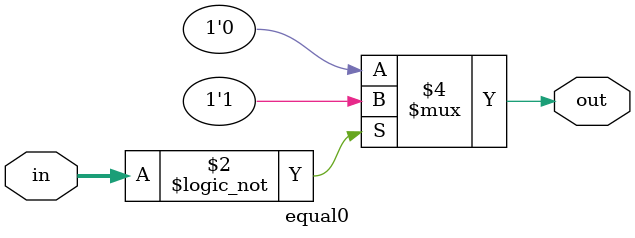
<source format=v>
module equal0(
    input wire [7:0] in,
    output reg out);

    always @* begin
        if (in == 8'b0) begin
            out = 1'b1;
        end else begin
            out = 1'b0;
        end
    end

endmodule

</source>
